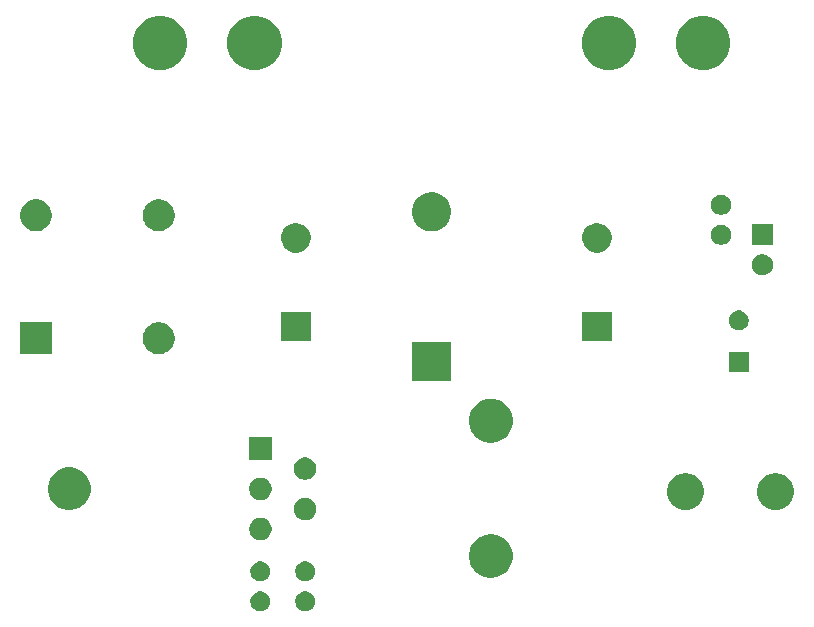
<source format=gbr>
G04 #@! TF.GenerationSoftware,KiCad,Pcbnew,(5.1.5)-3*
G04 #@! TF.CreationDate,2020-11-24T14:20:47+02:00*
G04 #@! TF.ProjectId,c64-wedge-psu-pcb,6336342d-7765-4646-9765-2d7073752d70,rev?*
G04 #@! TF.SameCoordinates,Original*
G04 #@! TF.FileFunction,Soldermask,Top*
G04 #@! TF.FilePolarity,Negative*
%FSLAX46Y46*%
G04 Gerber Fmt 4.6, Leading zero omitted, Abs format (unit mm)*
G04 Created by KiCad (PCBNEW (5.1.5)-3) date 2020-11-24 14:20:47*
%MOMM*%
%LPD*%
G04 APERTURE LIST*
%ADD10C,0.100000*%
G04 APERTURE END LIST*
D10*
G36*
X116548228Y-109471703D02*
G01*
X116703100Y-109535853D01*
X116842481Y-109628985D01*
X116961015Y-109747519D01*
X117054147Y-109886900D01*
X117118297Y-110041772D01*
X117151000Y-110206184D01*
X117151000Y-110373816D01*
X117118297Y-110538228D01*
X117054147Y-110693100D01*
X116961015Y-110832481D01*
X116842481Y-110951015D01*
X116703100Y-111044147D01*
X116548228Y-111108297D01*
X116383816Y-111141000D01*
X116216184Y-111141000D01*
X116051772Y-111108297D01*
X115896900Y-111044147D01*
X115757519Y-110951015D01*
X115638985Y-110832481D01*
X115545853Y-110693100D01*
X115481703Y-110538228D01*
X115449000Y-110373816D01*
X115449000Y-110206184D01*
X115481703Y-110041772D01*
X115545853Y-109886900D01*
X115638985Y-109747519D01*
X115757519Y-109628985D01*
X115896900Y-109535853D01*
X116051772Y-109471703D01*
X116216184Y-109439000D01*
X116383816Y-109439000D01*
X116548228Y-109471703D01*
G37*
G36*
X112748228Y-109471703D02*
G01*
X112903100Y-109535853D01*
X113042481Y-109628985D01*
X113161015Y-109747519D01*
X113254147Y-109886900D01*
X113318297Y-110041772D01*
X113351000Y-110206184D01*
X113351000Y-110373816D01*
X113318297Y-110538228D01*
X113254147Y-110693100D01*
X113161015Y-110832481D01*
X113042481Y-110951015D01*
X112903100Y-111044147D01*
X112748228Y-111108297D01*
X112583816Y-111141000D01*
X112416184Y-111141000D01*
X112251772Y-111108297D01*
X112096900Y-111044147D01*
X111957519Y-110951015D01*
X111838985Y-110832481D01*
X111745853Y-110693100D01*
X111681703Y-110538228D01*
X111649000Y-110373816D01*
X111649000Y-110206184D01*
X111681703Y-110041772D01*
X111745853Y-109886900D01*
X111838985Y-109747519D01*
X111957519Y-109628985D01*
X112096900Y-109535853D01*
X112251772Y-109471703D01*
X112416184Y-109439000D01*
X112583816Y-109439000D01*
X112748228Y-109471703D01*
G37*
G36*
X112748228Y-106931703D02*
G01*
X112903100Y-106995853D01*
X113042481Y-107088985D01*
X113161015Y-107207519D01*
X113254147Y-107346900D01*
X113318297Y-107501772D01*
X113351000Y-107666184D01*
X113351000Y-107833816D01*
X113318297Y-107998228D01*
X113254147Y-108153100D01*
X113161015Y-108292481D01*
X113042481Y-108411015D01*
X112903100Y-108504147D01*
X112748228Y-108568297D01*
X112583816Y-108601000D01*
X112416184Y-108601000D01*
X112251772Y-108568297D01*
X112096900Y-108504147D01*
X111957519Y-108411015D01*
X111838985Y-108292481D01*
X111745853Y-108153100D01*
X111681703Y-107998228D01*
X111649000Y-107833816D01*
X111649000Y-107666184D01*
X111681703Y-107501772D01*
X111745853Y-107346900D01*
X111838985Y-107207519D01*
X111957519Y-107088985D01*
X112096900Y-106995853D01*
X112251772Y-106931703D01*
X112416184Y-106899000D01*
X112583816Y-106899000D01*
X112748228Y-106931703D01*
G37*
G36*
X116548228Y-106931703D02*
G01*
X116703100Y-106995853D01*
X116842481Y-107088985D01*
X116961015Y-107207519D01*
X117054147Y-107346900D01*
X117118297Y-107501772D01*
X117151000Y-107666184D01*
X117151000Y-107833816D01*
X117118297Y-107998228D01*
X117054147Y-108153100D01*
X116961015Y-108292481D01*
X116842481Y-108411015D01*
X116703100Y-108504147D01*
X116548228Y-108568297D01*
X116383816Y-108601000D01*
X116216184Y-108601000D01*
X116051772Y-108568297D01*
X115896900Y-108504147D01*
X115757519Y-108411015D01*
X115638985Y-108292481D01*
X115545853Y-108153100D01*
X115481703Y-107998228D01*
X115449000Y-107833816D01*
X115449000Y-107666184D01*
X115481703Y-107501772D01*
X115545853Y-107346900D01*
X115638985Y-107207519D01*
X115757519Y-107088985D01*
X115896900Y-106995853D01*
X116051772Y-106931703D01*
X116216184Y-106899000D01*
X116383816Y-106899000D01*
X116548228Y-106931703D01*
G37*
G36*
X132361113Y-104624567D02*
G01*
X132539917Y-104660133D01*
X132679448Y-104717929D01*
X132876776Y-104799664D01*
X133179943Y-105002234D01*
X133437766Y-105260057D01*
X133640336Y-105563224D01*
X133722071Y-105760552D01*
X133779867Y-105900083D01*
X133851000Y-106257692D01*
X133851000Y-106622308D01*
X133779867Y-106979917D01*
X133722071Y-107119448D01*
X133640336Y-107316776D01*
X133437766Y-107619943D01*
X133179943Y-107877766D01*
X132876776Y-108080336D01*
X132701114Y-108153097D01*
X132539917Y-108219867D01*
X132361113Y-108255433D01*
X132182309Y-108291000D01*
X131817691Y-108291000D01*
X131638887Y-108255433D01*
X131460083Y-108219867D01*
X131298886Y-108153097D01*
X131123224Y-108080336D01*
X130820057Y-107877766D01*
X130562234Y-107619943D01*
X130359664Y-107316776D01*
X130277929Y-107119448D01*
X130220133Y-106979917D01*
X130149000Y-106622308D01*
X130149000Y-106257692D01*
X130220133Y-105900083D01*
X130277929Y-105760552D01*
X130359664Y-105563224D01*
X130562234Y-105260057D01*
X130820057Y-105002234D01*
X131123224Y-104799664D01*
X131320552Y-104717929D01*
X131460083Y-104660133D01*
X131638888Y-104624566D01*
X131817691Y-104589000D01*
X132182309Y-104589000D01*
X132361113Y-104624567D01*
G37*
G36*
X112777395Y-103235546D02*
G01*
X112950466Y-103307234D01*
X112950467Y-103307235D01*
X113106227Y-103411310D01*
X113238690Y-103543773D01*
X113238691Y-103543775D01*
X113342766Y-103699534D01*
X113414454Y-103872605D01*
X113451000Y-104056333D01*
X113451000Y-104243667D01*
X113414454Y-104427395D01*
X113342766Y-104600466D01*
X113342765Y-104600467D01*
X113238690Y-104756227D01*
X113106227Y-104888690D01*
X113027818Y-104941081D01*
X112950466Y-104992766D01*
X112777395Y-105064454D01*
X112593667Y-105101000D01*
X112406333Y-105101000D01*
X112222605Y-105064454D01*
X112049534Y-104992766D01*
X111972182Y-104941081D01*
X111893773Y-104888690D01*
X111761310Y-104756227D01*
X111657235Y-104600467D01*
X111657234Y-104600466D01*
X111585546Y-104427395D01*
X111549000Y-104243667D01*
X111549000Y-104056333D01*
X111585546Y-103872605D01*
X111657234Y-103699534D01*
X111761309Y-103543775D01*
X111761310Y-103543773D01*
X111893773Y-103411310D01*
X112049533Y-103307235D01*
X112049534Y-103307234D01*
X112222605Y-103235546D01*
X112406333Y-103199000D01*
X112593667Y-103199000D01*
X112777395Y-103235546D01*
G37*
G36*
X116577395Y-101535546D02*
G01*
X116750466Y-101607234D01*
X116750467Y-101607235D01*
X116906227Y-101711310D01*
X117038690Y-101843773D01*
X117038691Y-101843775D01*
X117142766Y-101999534D01*
X117214454Y-102172605D01*
X117251000Y-102356333D01*
X117251000Y-102543667D01*
X117214454Y-102727395D01*
X117142766Y-102900466D01*
X117142765Y-102900467D01*
X117038690Y-103056227D01*
X116906227Y-103188690D01*
X116890797Y-103199000D01*
X116750466Y-103292766D01*
X116577395Y-103364454D01*
X116393667Y-103401000D01*
X116206333Y-103401000D01*
X116022605Y-103364454D01*
X115849534Y-103292766D01*
X115709203Y-103199000D01*
X115693773Y-103188690D01*
X115561310Y-103056227D01*
X115457235Y-102900467D01*
X115457234Y-102900466D01*
X115385546Y-102727395D01*
X115349000Y-102543667D01*
X115349000Y-102356333D01*
X115385546Y-102172605D01*
X115457234Y-101999534D01*
X115561309Y-101843775D01*
X115561310Y-101843773D01*
X115693773Y-101711310D01*
X115849533Y-101607235D01*
X115849534Y-101607234D01*
X116022605Y-101535546D01*
X116206333Y-101499000D01*
X116393667Y-101499000D01*
X116577395Y-101535546D01*
G37*
G36*
X148802585Y-99478802D02*
G01*
X148952410Y-99508604D01*
X149234674Y-99625521D01*
X149488705Y-99795259D01*
X149704741Y-100011295D01*
X149874479Y-100265326D01*
X149991396Y-100547590D01*
X150051000Y-100847240D01*
X150051000Y-101152760D01*
X149991396Y-101452410D01*
X149874479Y-101734674D01*
X149704741Y-101988705D01*
X149488705Y-102204741D01*
X149234674Y-102374479D01*
X148952410Y-102491396D01*
X148802585Y-102521198D01*
X148652761Y-102551000D01*
X148347239Y-102551000D01*
X148197415Y-102521198D01*
X148047590Y-102491396D01*
X147765326Y-102374479D01*
X147511295Y-102204741D01*
X147295259Y-101988705D01*
X147125521Y-101734674D01*
X147008604Y-101452410D01*
X146949000Y-101152760D01*
X146949000Y-100847240D01*
X147008604Y-100547590D01*
X147125521Y-100265326D01*
X147295259Y-100011295D01*
X147511295Y-99795259D01*
X147765326Y-99625521D01*
X148047590Y-99508604D01*
X148197415Y-99478802D01*
X148347239Y-99449000D01*
X148652761Y-99449000D01*
X148802585Y-99478802D01*
G37*
G36*
X156422585Y-99478802D02*
G01*
X156572410Y-99508604D01*
X156854674Y-99625521D01*
X157108705Y-99795259D01*
X157324741Y-100011295D01*
X157494479Y-100265326D01*
X157611396Y-100547590D01*
X157671000Y-100847240D01*
X157671000Y-101152760D01*
X157611396Y-101452410D01*
X157494479Y-101734674D01*
X157324741Y-101988705D01*
X157108705Y-102204741D01*
X156854674Y-102374479D01*
X156572410Y-102491396D01*
X156422585Y-102521198D01*
X156272761Y-102551000D01*
X155967239Y-102551000D01*
X155817415Y-102521198D01*
X155667590Y-102491396D01*
X155385326Y-102374479D01*
X155131295Y-102204741D01*
X154915259Y-101988705D01*
X154745521Y-101734674D01*
X154628604Y-101452410D01*
X154569000Y-101152760D01*
X154569000Y-100847240D01*
X154628604Y-100547590D01*
X154745521Y-100265326D01*
X154915259Y-100011295D01*
X155131295Y-99795259D01*
X155385326Y-99625521D01*
X155667590Y-99508604D01*
X155817415Y-99478802D01*
X155967239Y-99449000D01*
X156272761Y-99449000D01*
X156422585Y-99478802D01*
G37*
G36*
X96845331Y-99018211D02*
G01*
X97173092Y-99153974D01*
X97468070Y-99351072D01*
X97718928Y-99601930D01*
X97916026Y-99896908D01*
X98051789Y-100224669D01*
X98121000Y-100572616D01*
X98121000Y-100927384D01*
X98051789Y-101275331D01*
X97916026Y-101603092D01*
X97718928Y-101898070D01*
X97468070Y-102148928D01*
X97173092Y-102346026D01*
X96845331Y-102481789D01*
X96497384Y-102551000D01*
X96142616Y-102551000D01*
X95794669Y-102481789D01*
X95466908Y-102346026D01*
X95171930Y-102148928D01*
X94921072Y-101898070D01*
X94723974Y-101603092D01*
X94588211Y-101275331D01*
X94519000Y-100927384D01*
X94519000Y-100572616D01*
X94588211Y-100224669D01*
X94723974Y-99896908D01*
X94921072Y-99601930D01*
X95171930Y-99351072D01*
X95466908Y-99153974D01*
X95794669Y-99018211D01*
X96142616Y-98949000D01*
X96497384Y-98949000D01*
X96845331Y-99018211D01*
G37*
G36*
X112777395Y-99835546D02*
G01*
X112950466Y-99907234D01*
X112950467Y-99907235D01*
X113106227Y-100011310D01*
X113238690Y-100143773D01*
X113238691Y-100143775D01*
X113342766Y-100299534D01*
X113414454Y-100472605D01*
X113451000Y-100656333D01*
X113451000Y-100843667D01*
X113414454Y-101027395D01*
X113342766Y-101200466D01*
X113342765Y-101200467D01*
X113238690Y-101356227D01*
X113106227Y-101488690D01*
X113090797Y-101499000D01*
X112950466Y-101592766D01*
X112777395Y-101664454D01*
X112593667Y-101701000D01*
X112406333Y-101701000D01*
X112222605Y-101664454D01*
X112049534Y-101592766D01*
X111909203Y-101499000D01*
X111893773Y-101488690D01*
X111761310Y-101356227D01*
X111657235Y-101200467D01*
X111657234Y-101200466D01*
X111585546Y-101027395D01*
X111549000Y-100843667D01*
X111549000Y-100656333D01*
X111585546Y-100472605D01*
X111657234Y-100299534D01*
X111761309Y-100143775D01*
X111761310Y-100143773D01*
X111893773Y-100011310D01*
X112049533Y-99907235D01*
X112049534Y-99907234D01*
X112222605Y-99835546D01*
X112406333Y-99799000D01*
X112593667Y-99799000D01*
X112777395Y-99835546D01*
G37*
G36*
X116577395Y-98135546D02*
G01*
X116750466Y-98207234D01*
X116750467Y-98207235D01*
X116906227Y-98311310D01*
X117038690Y-98443773D01*
X117038691Y-98443775D01*
X117142766Y-98599534D01*
X117214454Y-98772605D01*
X117251000Y-98956333D01*
X117251000Y-99143667D01*
X117214454Y-99327395D01*
X117142766Y-99500466D01*
X117142765Y-99500467D01*
X117038690Y-99656227D01*
X116906227Y-99788690D01*
X116896394Y-99795260D01*
X116750466Y-99892766D01*
X116577395Y-99964454D01*
X116393667Y-100001000D01*
X116206333Y-100001000D01*
X116022605Y-99964454D01*
X115849534Y-99892766D01*
X115703606Y-99795260D01*
X115693773Y-99788690D01*
X115561310Y-99656227D01*
X115457235Y-99500467D01*
X115457234Y-99500466D01*
X115385546Y-99327395D01*
X115349000Y-99143667D01*
X115349000Y-98956333D01*
X115385546Y-98772605D01*
X115457234Y-98599534D01*
X115561309Y-98443775D01*
X115561310Y-98443773D01*
X115693773Y-98311310D01*
X115849533Y-98207235D01*
X115849534Y-98207234D01*
X116022605Y-98135546D01*
X116206333Y-98099000D01*
X116393667Y-98099000D01*
X116577395Y-98135546D01*
G37*
G36*
X113451000Y-98301000D02*
G01*
X111549000Y-98301000D01*
X111549000Y-96399000D01*
X113451000Y-96399000D01*
X113451000Y-98301000D01*
G37*
G36*
X132361112Y-93184566D02*
G01*
X132539917Y-93220133D01*
X132679448Y-93277929D01*
X132876776Y-93359664D01*
X133179943Y-93562234D01*
X133437766Y-93820057D01*
X133640336Y-94123224D01*
X133779867Y-94460084D01*
X133851000Y-94817691D01*
X133851000Y-95182309D01*
X133779867Y-95539916D01*
X133640336Y-95876776D01*
X133437766Y-96179943D01*
X133179943Y-96437766D01*
X132876776Y-96640336D01*
X132679448Y-96722071D01*
X132539917Y-96779867D01*
X132361112Y-96815434D01*
X132182309Y-96851000D01*
X131817691Y-96851000D01*
X131638888Y-96815434D01*
X131460083Y-96779867D01*
X131320552Y-96722071D01*
X131123224Y-96640336D01*
X130820057Y-96437766D01*
X130562234Y-96179943D01*
X130359664Y-95876776D01*
X130220133Y-95539916D01*
X130149000Y-95182309D01*
X130149000Y-94817691D01*
X130220133Y-94460084D01*
X130359664Y-94123224D01*
X130562234Y-93820057D01*
X130820057Y-93562234D01*
X131123224Y-93359664D01*
X131320552Y-93277929D01*
X131460083Y-93220133D01*
X131638887Y-93184567D01*
X131817691Y-93149000D01*
X132182309Y-93149000D01*
X132361112Y-93184566D01*
G37*
G36*
X128651000Y-91651000D02*
G01*
X125349000Y-91651000D01*
X125349000Y-88349000D01*
X128651000Y-88349000D01*
X128651000Y-91651000D01*
G37*
G36*
X153851000Y-90851000D02*
G01*
X152149000Y-90851000D01*
X152149000Y-89149000D01*
X153851000Y-89149000D01*
X153851000Y-90851000D01*
G37*
G36*
X104294072Y-86700918D02*
G01*
X104408292Y-86748229D01*
X104539939Y-86802759D01*
X104761212Y-86950610D01*
X104949390Y-87138788D01*
X105097241Y-87360061D01*
X105199082Y-87605928D01*
X105251000Y-87866938D01*
X105251000Y-88133062D01*
X105199082Y-88394072D01*
X105097241Y-88639939D01*
X104949390Y-88861212D01*
X104761212Y-89049390D01*
X104539939Y-89197241D01*
X104539938Y-89197242D01*
X104539937Y-89197242D01*
X104294072Y-89299082D01*
X104033063Y-89351000D01*
X103766937Y-89351000D01*
X103505928Y-89299082D01*
X103260063Y-89197242D01*
X103260062Y-89197242D01*
X103260061Y-89197241D01*
X103038788Y-89049390D01*
X102850610Y-88861212D01*
X102702759Y-88639939D01*
X102600918Y-88394072D01*
X102549000Y-88133062D01*
X102549000Y-87866938D01*
X102600918Y-87605928D01*
X102702759Y-87360061D01*
X102850610Y-87138788D01*
X103038788Y-86950610D01*
X103260061Y-86802759D01*
X103391709Y-86748229D01*
X103505928Y-86700918D01*
X103766937Y-86649000D01*
X104033063Y-86649000D01*
X104294072Y-86700918D01*
G37*
G36*
X94851000Y-89351000D02*
G01*
X92149000Y-89351000D01*
X92149000Y-86649000D01*
X94851000Y-86649000D01*
X94851000Y-89351000D01*
G37*
G36*
X116751000Y-88251000D02*
G01*
X114249000Y-88251000D01*
X114249000Y-85749000D01*
X116751000Y-85749000D01*
X116751000Y-88251000D01*
G37*
G36*
X142251000Y-88251000D02*
G01*
X139749000Y-88251000D01*
X139749000Y-85749000D01*
X142251000Y-85749000D01*
X142251000Y-88251000D01*
G37*
G36*
X153248228Y-85681703D02*
G01*
X153403100Y-85745853D01*
X153542481Y-85838985D01*
X153661015Y-85957519D01*
X153754147Y-86096900D01*
X153818297Y-86251772D01*
X153851000Y-86416184D01*
X153851000Y-86583816D01*
X153818297Y-86748228D01*
X153754147Y-86903100D01*
X153661015Y-87042481D01*
X153542481Y-87161015D01*
X153403100Y-87254147D01*
X153248228Y-87318297D01*
X153083816Y-87351000D01*
X152916184Y-87351000D01*
X152751772Y-87318297D01*
X152596900Y-87254147D01*
X152457519Y-87161015D01*
X152338985Y-87042481D01*
X152245853Y-86903100D01*
X152181703Y-86748228D01*
X152149000Y-86583816D01*
X152149000Y-86416184D01*
X152181703Y-86251772D01*
X152245853Y-86096900D01*
X152338985Y-85957519D01*
X152457519Y-85838985D01*
X152596900Y-85745853D01*
X152751772Y-85681703D01*
X152916184Y-85649000D01*
X153083816Y-85649000D01*
X153248228Y-85681703D01*
G37*
G36*
X155113512Y-80893927D02*
G01*
X155262812Y-80923624D01*
X155426784Y-80991544D01*
X155574354Y-81090147D01*
X155699853Y-81215646D01*
X155798456Y-81363216D01*
X155866376Y-81527188D01*
X155901000Y-81701259D01*
X155901000Y-81878741D01*
X155866376Y-82052812D01*
X155798456Y-82216784D01*
X155699853Y-82364354D01*
X155574354Y-82489853D01*
X155426784Y-82588456D01*
X155262812Y-82656376D01*
X155113512Y-82686073D01*
X155088742Y-82691000D01*
X154911258Y-82691000D01*
X154886488Y-82686073D01*
X154737188Y-82656376D01*
X154573216Y-82588456D01*
X154425646Y-82489853D01*
X154300147Y-82364354D01*
X154201544Y-82216784D01*
X154133624Y-82052812D01*
X154099000Y-81878741D01*
X154099000Y-81701259D01*
X154133624Y-81527188D01*
X154201544Y-81363216D01*
X154300147Y-81215646D01*
X154425646Y-81090147D01*
X154573216Y-80991544D01*
X154737188Y-80923624D01*
X154886488Y-80893927D01*
X154911258Y-80889000D01*
X155088742Y-80889000D01*
X155113512Y-80893927D01*
G37*
G36*
X141364903Y-78297075D02*
G01*
X141592571Y-78391378D01*
X141797466Y-78528285D01*
X141971715Y-78702534D01*
X142108622Y-78907429D01*
X142108623Y-78907431D01*
X142202925Y-79135097D01*
X142251000Y-79376786D01*
X142251000Y-79623214D01*
X142202925Y-79864903D01*
X142118678Y-80068295D01*
X142108622Y-80092571D01*
X141971715Y-80297466D01*
X141797466Y-80471715D01*
X141592571Y-80608622D01*
X141592570Y-80608623D01*
X141592569Y-80608623D01*
X141364903Y-80702925D01*
X141123214Y-80751000D01*
X140876786Y-80751000D01*
X140635097Y-80702925D01*
X140407431Y-80608623D01*
X140407430Y-80608623D01*
X140407429Y-80608622D01*
X140202534Y-80471715D01*
X140028285Y-80297466D01*
X139891378Y-80092571D01*
X139881323Y-80068295D01*
X139797075Y-79864903D01*
X139749000Y-79623214D01*
X139749000Y-79376786D01*
X139797075Y-79135097D01*
X139891377Y-78907431D01*
X139891378Y-78907429D01*
X140028285Y-78702534D01*
X140202534Y-78528285D01*
X140407429Y-78391378D01*
X140635097Y-78297075D01*
X140876786Y-78249000D01*
X141123214Y-78249000D01*
X141364903Y-78297075D01*
G37*
G36*
X115864903Y-78297075D02*
G01*
X116092571Y-78391378D01*
X116297466Y-78528285D01*
X116471715Y-78702534D01*
X116608622Y-78907429D01*
X116608623Y-78907431D01*
X116702925Y-79135097D01*
X116751000Y-79376786D01*
X116751000Y-79623214D01*
X116702925Y-79864903D01*
X116618678Y-80068295D01*
X116608622Y-80092571D01*
X116471715Y-80297466D01*
X116297466Y-80471715D01*
X116092571Y-80608622D01*
X116092570Y-80608623D01*
X116092569Y-80608623D01*
X115864903Y-80702925D01*
X115623214Y-80751000D01*
X115376786Y-80751000D01*
X115135097Y-80702925D01*
X114907431Y-80608623D01*
X114907430Y-80608623D01*
X114907429Y-80608622D01*
X114702534Y-80471715D01*
X114528285Y-80297466D01*
X114391378Y-80092571D01*
X114381323Y-80068295D01*
X114297075Y-79864903D01*
X114249000Y-79623214D01*
X114249000Y-79376786D01*
X114297075Y-79135097D01*
X114391377Y-78907431D01*
X114391378Y-78907429D01*
X114528285Y-78702534D01*
X114702534Y-78528285D01*
X114907429Y-78391378D01*
X115135097Y-78297075D01*
X115376786Y-78249000D01*
X115623214Y-78249000D01*
X115864903Y-78297075D01*
G37*
G36*
X155901000Y-80151000D02*
G01*
X154099000Y-80151000D01*
X154099000Y-78349000D01*
X155901000Y-78349000D01*
X155901000Y-80151000D01*
G37*
G36*
X151748228Y-78431703D02*
G01*
X151903100Y-78495853D01*
X152042481Y-78588985D01*
X152161015Y-78707519D01*
X152254147Y-78846900D01*
X152318297Y-79001772D01*
X152351000Y-79166184D01*
X152351000Y-79333816D01*
X152318297Y-79498228D01*
X152254147Y-79653100D01*
X152161015Y-79792481D01*
X152042481Y-79911015D01*
X151903100Y-80004147D01*
X151748228Y-80068297D01*
X151583816Y-80101000D01*
X151416184Y-80101000D01*
X151251772Y-80068297D01*
X151096900Y-80004147D01*
X150957519Y-79911015D01*
X150838985Y-79792481D01*
X150745853Y-79653100D01*
X150681703Y-79498228D01*
X150649000Y-79333816D01*
X150649000Y-79166184D01*
X150681703Y-79001772D01*
X150745853Y-78846900D01*
X150838985Y-78707519D01*
X150957519Y-78588985D01*
X151096900Y-78495853D01*
X151251772Y-78431703D01*
X151416184Y-78399000D01*
X151583816Y-78399000D01*
X151748228Y-78431703D01*
G37*
G36*
X93894072Y-76300918D02*
G01*
X94139939Y-76402759D01*
X94251328Y-76477187D01*
X94361211Y-76550609D01*
X94549391Y-76738789D01*
X94697242Y-76960063D01*
X94799082Y-77205928D01*
X94851000Y-77466937D01*
X94851000Y-77733063D01*
X94799082Y-77994072D01*
X94697241Y-78239939D01*
X94624368Y-78349000D01*
X94549391Y-78461211D01*
X94361211Y-78649391D01*
X94274215Y-78707520D01*
X94139939Y-78797241D01*
X94139938Y-78797242D01*
X94139937Y-78797242D01*
X93894072Y-78899082D01*
X93633063Y-78951000D01*
X93366937Y-78951000D01*
X93105928Y-78899082D01*
X92860063Y-78797242D01*
X92860062Y-78797242D01*
X92860061Y-78797241D01*
X92725785Y-78707520D01*
X92638789Y-78649391D01*
X92450609Y-78461211D01*
X92375632Y-78349000D01*
X92302759Y-78239939D01*
X92200918Y-77994072D01*
X92149000Y-77733063D01*
X92149000Y-77466937D01*
X92200918Y-77205928D01*
X92302758Y-76960063D01*
X92450609Y-76738789D01*
X92638789Y-76550609D01*
X92748672Y-76477187D01*
X92860061Y-76402759D01*
X93105928Y-76300918D01*
X93366937Y-76249000D01*
X93633063Y-76249000D01*
X93894072Y-76300918D01*
G37*
G36*
X104294072Y-76300918D02*
G01*
X104539939Y-76402759D01*
X104651328Y-76477187D01*
X104761211Y-76550609D01*
X104949391Y-76738789D01*
X105097242Y-76960063D01*
X105199082Y-77205928D01*
X105251000Y-77466937D01*
X105251000Y-77733063D01*
X105199082Y-77994072D01*
X105097241Y-78239939D01*
X105024368Y-78349000D01*
X104949391Y-78461211D01*
X104761211Y-78649391D01*
X104674215Y-78707520D01*
X104539939Y-78797241D01*
X104539938Y-78797242D01*
X104539937Y-78797242D01*
X104294072Y-78899082D01*
X104033063Y-78951000D01*
X103766937Y-78951000D01*
X103505928Y-78899082D01*
X103260063Y-78797242D01*
X103260062Y-78797242D01*
X103260061Y-78797241D01*
X103125785Y-78707520D01*
X103038789Y-78649391D01*
X102850609Y-78461211D01*
X102775632Y-78349000D01*
X102702759Y-78239939D01*
X102600918Y-77994072D01*
X102549000Y-77733063D01*
X102549000Y-77466937D01*
X102600918Y-77205928D01*
X102702758Y-76960063D01*
X102850609Y-76738789D01*
X103038789Y-76550609D01*
X103148672Y-76477187D01*
X103260061Y-76402759D01*
X103505928Y-76300918D01*
X103766937Y-76249000D01*
X104033063Y-76249000D01*
X104294072Y-76300918D01*
G37*
G36*
X127375256Y-75691298D02*
G01*
X127481579Y-75712447D01*
X127782042Y-75836903D01*
X128052451Y-76017585D01*
X128282415Y-76247549D01*
X128463097Y-76517958D01*
X128577361Y-76793815D01*
X128587553Y-76818422D01*
X128651000Y-77137389D01*
X128651000Y-77462611D01*
X128637934Y-77528297D01*
X128587553Y-77781579D01*
X128463097Y-78082042D01*
X128282415Y-78352451D01*
X128052451Y-78582415D01*
X127782042Y-78763097D01*
X127481579Y-78887553D01*
X127381655Y-78907429D01*
X127162611Y-78951000D01*
X126837389Y-78951000D01*
X126618345Y-78907429D01*
X126518421Y-78887553D01*
X126217958Y-78763097D01*
X125947549Y-78582415D01*
X125717585Y-78352451D01*
X125536903Y-78082042D01*
X125412447Y-77781579D01*
X125362066Y-77528297D01*
X125349000Y-77462611D01*
X125349000Y-77137389D01*
X125412447Y-76818422D01*
X125422640Y-76793815D01*
X125536903Y-76517958D01*
X125717585Y-76247549D01*
X125947549Y-76017585D01*
X126217958Y-75836903D01*
X126518421Y-75712447D01*
X126624744Y-75691298D01*
X126837389Y-75649000D01*
X127162611Y-75649000D01*
X127375256Y-75691298D01*
G37*
G36*
X151748228Y-75891703D02*
G01*
X151903100Y-75955853D01*
X152042481Y-76048985D01*
X152161015Y-76167519D01*
X152254147Y-76306900D01*
X152318297Y-76461772D01*
X152351000Y-76626184D01*
X152351000Y-76793816D01*
X152318297Y-76958228D01*
X152254147Y-77113100D01*
X152161015Y-77252481D01*
X152042481Y-77371015D01*
X151903100Y-77464147D01*
X151748228Y-77528297D01*
X151583816Y-77561000D01*
X151416184Y-77561000D01*
X151251772Y-77528297D01*
X151096900Y-77464147D01*
X150957519Y-77371015D01*
X150838985Y-77252481D01*
X150745853Y-77113100D01*
X150681703Y-76958228D01*
X150649000Y-76793816D01*
X150649000Y-76626184D01*
X150681703Y-76461772D01*
X150745853Y-76306900D01*
X150838985Y-76167519D01*
X150957519Y-76048985D01*
X151096900Y-75955853D01*
X151251772Y-75891703D01*
X151416184Y-75859000D01*
X151583816Y-75859000D01*
X151748228Y-75891703D01*
G37*
G36*
X150671304Y-60787002D02*
G01*
X151090139Y-60960489D01*
X151090141Y-60960490D01*
X151279891Y-61087277D01*
X151467082Y-61212354D01*
X151787646Y-61532918D01*
X152039511Y-61909861D01*
X152212998Y-62328696D01*
X152301440Y-62773327D01*
X152301440Y-63226673D01*
X152212998Y-63671304D01*
X152039511Y-64090139D01*
X152039510Y-64090141D01*
X151787645Y-64467083D01*
X151467083Y-64787645D01*
X151090141Y-65039510D01*
X151090140Y-65039511D01*
X151090139Y-65039511D01*
X150671304Y-65212998D01*
X150226673Y-65301440D01*
X149773327Y-65301440D01*
X149328696Y-65212998D01*
X148909861Y-65039511D01*
X148909860Y-65039511D01*
X148909859Y-65039510D01*
X148532917Y-64787645D01*
X148212355Y-64467083D01*
X147960490Y-64090141D01*
X147960489Y-64090139D01*
X147787002Y-63671304D01*
X147698560Y-63226673D01*
X147698560Y-62773327D01*
X147787002Y-62328696D01*
X147960489Y-61909861D01*
X148212354Y-61532918D01*
X148532918Y-61212354D01*
X148720109Y-61087277D01*
X148909859Y-60960490D01*
X148909861Y-60960489D01*
X149328696Y-60787002D01*
X149773327Y-60698560D01*
X150226673Y-60698560D01*
X150671304Y-60787002D01*
G37*
G36*
X142671304Y-60787002D02*
G01*
X143090139Y-60960489D01*
X143090141Y-60960490D01*
X143279891Y-61087277D01*
X143467082Y-61212354D01*
X143787646Y-61532918D01*
X144039511Y-61909861D01*
X144212998Y-62328696D01*
X144301440Y-62773327D01*
X144301440Y-63226673D01*
X144212998Y-63671304D01*
X144039511Y-64090139D01*
X144039510Y-64090141D01*
X143787645Y-64467083D01*
X143467083Y-64787645D01*
X143090141Y-65039510D01*
X143090140Y-65039511D01*
X143090139Y-65039511D01*
X142671304Y-65212998D01*
X142226673Y-65301440D01*
X141773327Y-65301440D01*
X141328696Y-65212998D01*
X140909861Y-65039511D01*
X140909860Y-65039511D01*
X140909859Y-65039510D01*
X140532917Y-64787645D01*
X140212355Y-64467083D01*
X139960490Y-64090141D01*
X139960489Y-64090139D01*
X139787002Y-63671304D01*
X139698560Y-63226673D01*
X139698560Y-62773327D01*
X139787002Y-62328696D01*
X139960489Y-61909861D01*
X140212354Y-61532918D01*
X140532918Y-61212354D01*
X140720109Y-61087277D01*
X140909859Y-60960490D01*
X140909861Y-60960489D01*
X141328696Y-60787002D01*
X141773327Y-60698560D01*
X142226673Y-60698560D01*
X142671304Y-60787002D01*
G37*
G36*
X112671304Y-60787002D02*
G01*
X113090139Y-60960489D01*
X113090141Y-60960490D01*
X113279891Y-61087277D01*
X113467082Y-61212354D01*
X113787646Y-61532918D01*
X114039511Y-61909861D01*
X114212998Y-62328696D01*
X114301440Y-62773327D01*
X114301440Y-63226673D01*
X114212998Y-63671304D01*
X114039511Y-64090139D01*
X114039510Y-64090141D01*
X113787645Y-64467083D01*
X113467083Y-64787645D01*
X113090141Y-65039510D01*
X113090140Y-65039511D01*
X113090139Y-65039511D01*
X112671304Y-65212998D01*
X112226673Y-65301440D01*
X111773327Y-65301440D01*
X111328696Y-65212998D01*
X110909861Y-65039511D01*
X110909860Y-65039511D01*
X110909859Y-65039510D01*
X110532917Y-64787645D01*
X110212355Y-64467083D01*
X109960490Y-64090141D01*
X109960489Y-64090139D01*
X109787002Y-63671304D01*
X109698560Y-63226673D01*
X109698560Y-62773327D01*
X109787002Y-62328696D01*
X109960489Y-61909861D01*
X110212354Y-61532918D01*
X110532918Y-61212354D01*
X110720109Y-61087277D01*
X110909859Y-60960490D01*
X110909861Y-60960489D01*
X111328696Y-60787002D01*
X111773327Y-60698560D01*
X112226673Y-60698560D01*
X112671304Y-60787002D01*
G37*
G36*
X104671304Y-60787002D02*
G01*
X105090139Y-60960489D01*
X105090141Y-60960490D01*
X105279891Y-61087277D01*
X105467082Y-61212354D01*
X105787646Y-61532918D01*
X106039511Y-61909861D01*
X106212998Y-62328696D01*
X106301440Y-62773327D01*
X106301440Y-63226673D01*
X106212998Y-63671304D01*
X106039511Y-64090139D01*
X106039510Y-64090141D01*
X105787645Y-64467083D01*
X105467083Y-64787645D01*
X105090141Y-65039510D01*
X105090140Y-65039511D01*
X105090139Y-65039511D01*
X104671304Y-65212998D01*
X104226673Y-65301440D01*
X103773327Y-65301440D01*
X103328696Y-65212998D01*
X102909861Y-65039511D01*
X102909860Y-65039511D01*
X102909859Y-65039510D01*
X102532917Y-64787645D01*
X102212355Y-64467083D01*
X101960490Y-64090141D01*
X101960489Y-64090139D01*
X101787002Y-63671304D01*
X101698560Y-63226673D01*
X101698560Y-62773327D01*
X101787002Y-62328696D01*
X101960489Y-61909861D01*
X102212354Y-61532918D01*
X102532918Y-61212354D01*
X102720109Y-61087277D01*
X102909859Y-60960490D01*
X102909861Y-60960489D01*
X103328696Y-60787002D01*
X103773327Y-60698560D01*
X104226673Y-60698560D01*
X104671304Y-60787002D01*
G37*
M02*

</source>
